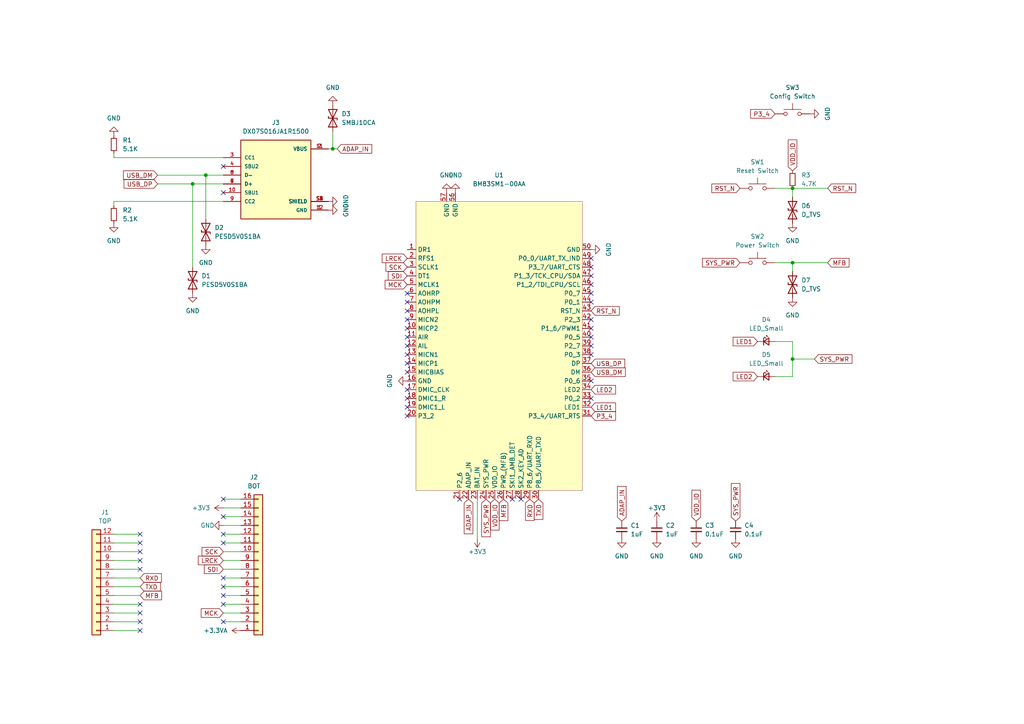
<source format=kicad_sch>
(kicad_sch (version 20210126) (generator eeschema)
  (paper "A4")
  (lib_symbols
    (symbol "BM83SM1-00AA:BM83SM1-00AA"
      (property "Reference" "U" (at 0 10.16 0))
      (property "Value" "BM83SM1-00AA" (at 0 7.62 0))
      (symbol "BM83SM1-00AA_0_0"
        (pin unspecified line (at -26.67 0 0) (length 2.54) (name "DR1") (number "1"))
        (pin unspecified line (at -26.67 -22.86 0) (length 2.54) (name "MICP2") (number "10"))
        (pin unspecified line (at -26.67 -25.4 0) (length 2.54) (name "AIR") (number "11"))
        (pin unspecified line (at -26.67 -27.94 0) (length 2.54) (name "AIL") (number "12"))
        (pin unspecified line (at -26.67 -30.48 0) (length 2.54) (name "MICN1") (number "13"))
        (pin unspecified line (at -26.67 -33.02 0) (length 2.54) (name "MICP1") (number "14"))
        (pin unspecified line (at -26.67 -35.56 0) (length 2.54) (name "MICBIAS") (number "15"))
        (pin unspecified line (at -26.67 -38.1 0) (length 2.54) (name "GND") (number "16"))
        (pin unspecified line (at -26.67 -40.64 0) (length 2.54) (name "DMIC_CLK") (number "17"))
        (pin unspecified line (at -26.67 -43.18 0) (length 2.54) (name "DMIC1_R") (number "18"))
        (pin unspecified line (at -26.67 -45.72 0) (length 2.54) (name "DMIC1_L") (number "19"))
        (pin unspecified line (at -26.67 -2.54 0) (length 2.54) (name "RFS1") (number "2"))
        (pin unspecified line (at -26.67 -48.26 0) (length 2.54) (name "P3_2") (number "20"))
        (pin unspecified line (at -11.43 -72.39 90) (length 2.54) (name "P2_6") (number "21"))
        (pin unspecified line (at -8.89 -72.39 90) (length 2.54) (name "ADAP_IN") (number "22"))
        (pin unspecified line (at -6.35 -72.39 90) (length 2.54) (name "BAT_IN") (number "23"))
        (pin unspecified line (at -3.81 -72.39 90) (length 2.54) (name "SYS_PWR") (number "24"))
        (pin unspecified line (at -1.27 -72.39 90) (length 2.54) (name "VDD_IO") (number "25"))
        (pin unspecified line (at 1.27 -72.39 90) (length 2.54) (name "PWR_(MFB)") (number "26"))
        (pin unspecified line (at 3.81 -72.39 90) (length 2.54) (name "SKI1_AMB_DET") (number "27"))
        (pin unspecified line (at 6.35 -72.39 90) (length 2.54) (name "SK2_KEY_AD") (number "28"))
        (pin unspecified line (at 8.89 -72.39 90) (length 2.54) (name "P8_6/UART_RXD") (number "29"))
        (pin unspecified line (at -26.67 -5.08 0) (length 2.54) (name "SCLK1") (number "3"))
        (pin unspecified line (at 11.43 -72.39 90) (length 2.54) (name "P8_5/UART_TXD") (number "30"))
        (pin unspecified line (at 26.67 -48.26 180) (length 2.54) (name "P3_4/UART_RTS") (number "31"))
        (pin unspecified line (at 26.67 -45.72 180) (length 2.54) (name "LED1") (number "32"))
        (pin unspecified line (at 26.67 -43.18 180) (length 2.54) (name "P0_2") (number "33"))
        (pin unspecified line (at 26.67 -40.64 180) (length 2.54) (name "LED2") (number "34"))
        (pin unspecified line (at 26.67 -38.1 180) (length 2.54) (name "P0_6") (number "35"))
        (pin unspecified line (at 26.67 -35.56 180) (length 2.54) (name "DM") (number "36"))
        (pin unspecified line (at 26.67 -33.02 180) (length 2.54) (name "DP") (number "37"))
        (pin unspecified line (at 26.67 -30.48 180) (length 2.54) (name "P0_3") (number "38"))
        (pin unspecified line (at 26.67 -27.94 180) (length 2.54) (name "P2_7") (number "39"))
        (pin unspecified line (at -26.67 -7.62 0) (length 2.54) (name "DT1") (number "4"))
        (pin unspecified line (at 26.67 -25.4 180) (length 2.54) (name "P0_5") (number "40"))
        (pin unspecified line (at 26.67 -22.86 180) (length 2.54) (name "P1_6/PWM1") (number "41"))
        (pin unspecified line (at 26.67 -20.32 180) (length 2.54) (name "P2_3") (number "42"))
        (pin unspecified line (at 26.67 -17.78 180) (length 2.54) (name "RST_N") (number "43"))
        (pin unspecified line (at 26.67 -15.24 180) (length 2.54) (name "P0_1") (number "44"))
        (pin unspecified line (at 26.67 -12.7 180) (length 2.54) (name "P0_7") (number "45"))
        (pin unspecified line (at 26.67 -10.16 180) (length 2.54) (name "P1_2/TDI_CPU/SCL") (number "46"))
        (pin unspecified line (at 26.67 -7.62 180) (length 2.54) (name "P1_3/TCK_CPU/SDA") (number "47"))
        (pin unspecified line (at 26.67 -5.08 180) (length 2.54) (name "P3_7/UART_CTS") (number "48"))
        (pin unspecified line (at 26.67 -2.54 180) (length 2.54) (name "P0_0/UART_TX_IND") (number "49"))
        (pin unspecified line (at -26.67 -10.16 0) (length 2.54) (name "MCLK1") (number "5"))
        (pin unspecified line (at 26.67 0 180) (length 2.54) (name "GND") (number "50"))
        (pin unspecified line (at -26.67 -12.7 0) (length 2.54) (name "AOHRP") (number "6"))
        (pin unspecified line (at -26.67 -15.24 0) (length 2.54) (name "AOHPM") (number "7"))
        (pin unspecified line (at -26.67 -17.78 0) (length 2.54) (name "AOHPL") (number "8"))
        (pin unspecified line (at -26.67 -20.32 0) (length 2.54) (name "MICN2") (number "9"))
      )
      (symbol "BM83SM1-00AA_0_1"
        (rectangle (start -24.13 13.97) (end 24.13 -69.85) (stroke (width 0.001)) (fill (type background)))
      )
      (symbol "BM83SM1-00AA_1_1"
        (pin input line (at -12.7 16.51 270) (length 2.54) (name "GND") (number "56"))
        (pin input line (at -15.24 16.51 270) (length 2.54) (name "GND") (number "57"))
      )
    )
    (symbol "Connector_Generic:Conn_01x12" (pin_names (offset 1.016) hide)
      (property "Reference" "J" (at 0 15.24 0))
      (property "Value" "Conn_01x12" (at 0 -17.78 0))
      (symbol "Conn_01x12_1_1"
        (rectangle (start -1.27 -15.113) (end 0 -15.367) (stroke (width 0.1524)))
        (rectangle (start -1.27 -12.573) (end 0 -12.827) (stroke (width 0.1524)))
        (rectangle (start -1.27 -10.033) (end 0 -10.287) (stroke (width 0.1524)))
        (rectangle (start -1.27 -7.493) (end 0 -7.747) (stroke (width 0.1524)))
        (rectangle (start -1.27 -4.953) (end 0 -5.207) (stroke (width 0.1524)))
        (rectangle (start -1.27 -2.413) (end 0 -2.667) (stroke (width 0.1524)))
        (rectangle (start -1.27 0.127) (end 0 -0.127) (stroke (width 0.1524)))
        (rectangle (start -1.27 2.667) (end 0 2.413) (stroke (width 0.1524)))
        (rectangle (start -1.27 5.207) (end 0 4.953) (stroke (width 0.1524)))
        (rectangle (start -1.27 7.747) (end 0 7.493) (stroke (width 0.1524)))
        (rectangle (start -1.27 10.287) (end 0 10.033) (stroke (width 0.1524)))
        (rectangle (start -1.27 12.827) (end 0 12.573) (stroke (width 0.1524)))
        (rectangle (start -1.27 13.97) (end 1.27 -16.51) (stroke (width 0.254)) (fill (type background)))
        (pin passive line (at -5.08 12.7 0) (length 3.81) (name "Pin_1") (number "1"))
        (pin passive line (at -5.08 -10.16 0) (length 3.81) (name "Pin_10") (number "10"))
        (pin passive line (at -5.08 -12.7 0) (length 3.81) (name "Pin_11") (number "11"))
        (pin passive line (at -5.08 -15.24 0) (length 3.81) (name "Pin_12") (number "12"))
        (pin passive line (at -5.08 10.16 0) (length 3.81) (name "Pin_2") (number "2"))
        (pin passive line (at -5.08 7.62 0) (length 3.81) (name "Pin_3") (number "3"))
        (pin passive line (at -5.08 5.08 0) (length 3.81) (name "Pin_4") (number "4"))
        (pin passive line (at -5.08 2.54 0) (length 3.81) (name "Pin_5") (number "5"))
        (pin passive line (at -5.08 0 0) (length 3.81) (name "Pin_6") (number "6"))
        (pin passive line (at -5.08 -2.54 0) (length 3.81) (name "Pin_7") (number "7"))
        (pin passive line (at -5.08 -5.08 0) (length 3.81) (name "Pin_8") (number "8"))
        (pin passive line (at -5.08 -7.62 0) (length 3.81) (name "Pin_9") (number "9"))
      )
    )
    (symbol "Connector_Generic:Conn_01x16" (pin_names (offset 1.016) hide)
      (property "Reference" "J" (at 0 20.32 0))
      (property "Value" "Conn_01x16" (at 0 -22.86 0))
      (symbol "Conn_01x16_1_1"
        (rectangle (start -1.27 -20.193) (end 0 -20.447) (stroke (width 0.1524)))
        (rectangle (start -1.27 -17.653) (end 0 -17.907) (stroke (width 0.1524)))
        (rectangle (start -1.27 -15.113) (end 0 -15.367) (stroke (width 0.1524)))
        (rectangle (start -1.27 -12.573) (end 0 -12.827) (stroke (width 0.1524)))
        (rectangle (start -1.27 -10.033) (end 0 -10.287) (stroke (width 0.1524)))
        (rectangle (start -1.27 -7.493) (end 0 -7.747) (stroke (width 0.1524)))
        (rectangle (start -1.27 -4.953) (end 0 -5.207) (stroke (width 0.1524)))
        (rectangle (start -1.27 -2.413) (end 0 -2.667) (stroke (width 0.1524)))
        (rectangle (start -1.27 0.127) (end 0 -0.127) (stroke (width 0.1524)))
        (rectangle (start -1.27 2.667) (end 0 2.413) (stroke (width 0.1524)))
        (rectangle (start -1.27 5.207) (end 0 4.953) (stroke (width 0.1524)))
        (rectangle (start -1.27 7.747) (end 0 7.493) (stroke (width 0.1524)))
        (rectangle (start -1.27 10.287) (end 0 10.033) (stroke (width 0.1524)))
        (rectangle (start -1.27 12.827) (end 0 12.573) (stroke (width 0.1524)))
        (rectangle (start -1.27 15.367) (end 0 15.113) (stroke (width 0.1524)))
        (rectangle (start -1.27 17.907) (end 0 17.653) (stroke (width 0.1524)))
        (rectangle (start -1.27 19.05) (end 1.27 -21.59) (stroke (width 0.254)) (fill (type background)))
        (pin passive line (at -5.08 17.78 0) (length 3.81) (name "Pin_1") (number "1"))
        (pin passive line (at -5.08 -5.08 0) (length 3.81) (name "Pin_10") (number "10"))
        (pin passive line (at -5.08 -7.62 0) (length 3.81) (name "Pin_11") (number "11"))
        (pin passive line (at -5.08 -10.16 0) (length 3.81) (name "Pin_12") (number "12"))
        (pin passive line (at -5.08 -12.7 0) (length 3.81) (name "Pin_13") (number "13"))
        (pin passive line (at -5.08 -15.24 0) (length 3.81) (name "Pin_14") (number "14"))
        (pin passive line (at -5.08 -17.78 0) (length 3.81) (name "Pin_15") (number "15"))
        (pin passive line (at -5.08 -20.32 0) (length 3.81) (name "Pin_16") (number "16"))
        (pin passive line (at -5.08 15.24 0) (length 3.81) (name "Pin_2") (number "2"))
        (pin passive line (at -5.08 12.7 0) (length 3.81) (name "Pin_3") (number "3"))
        (pin passive line (at -5.08 10.16 0) (length 3.81) (name "Pin_4") (number "4"))
        (pin passive line (at -5.08 7.62 0) (length 3.81) (name "Pin_5") (number "5"))
        (pin passive line (at -5.08 5.08 0) (length 3.81) (name "Pin_6") (number "6"))
        (pin passive line (at -5.08 2.54 0) (length 3.81) (name "Pin_7") (number "7"))
        (pin passive line (at -5.08 0 0) (length 3.81) (name "Pin_8") (number "8"))
        (pin passive line (at -5.08 -2.54 0) (length 3.81) (name "Pin_9") (number "9"))
      )
    )
    (symbol "DX07S016JA1R1500:DX07S016JA1R1500" (pin_names (offset 1.016))
      (property "Reference" "J" (at -10.16 11.43 0))
      (property "Value" "DX07S016JA1R1500" (at -10.16 -13.97 0))
      (symbol "DX07S016JA1R1500_0_0"
        (rectangle (start -10.16 -12.7) (end 10.16 10.16) (stroke (width 0.254)) (fill (type background)))
        (pin power_in line (at 15.24 -10.16 180) (length 5.08) (name "GND") (number "1"))
        (pin passive line (at -15.24 -5.08 0) (length 5.08) (name "SBU1") (number "10"))
        (pin power_in line (at 15.24 7.62 180) (length 5.08) (name "VBUS") (number "11"))
        (pin power_in line (at 15.24 -10.16 180) (length 5.08) (name "GND") (number "12"))
        (pin power_in line (at 15.24 7.62 180) (length 5.08) (name "VBUS") (number "2"))
        (pin passive line (at -15.24 5.08 0) (length 5.08) (name "CC1") (number "3"))
        (pin passive line (at -15.24 2.54 0) (length 5.08) (name "SBU2") (number "4"))
        (pin passive line (at -15.24 0 0) (length 5.08) (name "D-") (number "5"))
        (pin passive line (at -15.24 -2.54 0) (length 5.08) (name "D+") (number "6"))
        (pin passive line (at -15.24 -2.54 0) (length 5.08) (name "D+") (number "7"))
        (pin passive line (at -15.24 0 0) (length 5.08) (name "D-") (number "8"))
        (pin passive line (at -15.24 -7.62 0) (length 5.08) (name "CC2") (number "9"))
        (pin passive line (at 15.24 -7.62 180) (length 5.08) (name "SHIELD") (number "S1"))
        (pin passive line (at 15.24 -7.62 180) (length 5.08) (name "SHIELD") (number "S2"))
        (pin passive line (at 15.24 -7.62 180) (length 5.08) (name "SHIELD") (number "S3"))
        (pin passive line (at 15.24 -7.62 180) (length 5.08) (name "SHIELD") (number "S4"))
        (pin passive line (at 15.24 -7.62 180) (length 5.08) (name "SHIELD") (number "S5"))
        (pin passive line (at 15.24 -7.62 180) (length 5.08) (name "SHIELD") (number "S6"))
      )
    )
    (symbol "Device:C_Small" (pin_numbers hide) (pin_names (offset 0.254) hide)
      (property "Reference" "C" (at 0.254 1.778 0))
      (property "Value" "C_Small" (at 0.254 -2.032 0))
      (symbol "C_Small_0_1"
        (polyline (pts (xy -1.524 -0.508) (xy 1.524 -0.508)) (stroke (width 0.3302)))
        (polyline (pts (xy -1.524 0.508) (xy 1.524 0.508)) (stroke (width 0.3048)))
      )
      (symbol "C_Small_1_1"
        (pin passive line (at 0 2.54 270) (length 2.032) (name "~") (number "1"))
        (pin passive line (at 0 -2.54 90) (length 2.032) (name "~") (number "2"))
      )
    )
    (symbol "Device:D_TVS" (pin_numbers hide) (pin_names (offset 1.016) hide)
      (property "Reference" "D" (at 0 2.54 0))
      (property "Value" "D_TVS" (at 0 -2.54 0))
      (symbol "D_TVS_0_1"
        (polyline (pts (xy 1.27 0) (xy -1.27 0)))
        (polyline (pts (xy 0.508 1.27) (xy 0 1.27) (xy 0 -1.27) (xy -0.508 -1.27)) (stroke (width 0.254)))
        (polyline (pts (xy -2.54 1.27) (xy -2.54 -1.27) (xy 2.54 1.27) (xy 2.54 -1.27) (xy -2.54 1.27)) (stroke (width 0.254)))
      )
      (symbol "D_TVS_1_1"
        (pin passive line (at -3.81 0 0) (length 2.54) (name "A1") (number "1"))
        (pin passive line (at 3.81 0 180) (length 2.54) (name "A2") (number "2"))
      )
    )
    (symbol "Device:LED_Small" (pin_numbers hide) (pin_names (offset 0.254) hide)
      (property "Reference" "D" (at -1.27 3.175 0))
      (property "Value" "LED_Small" (at -4.445 -2.54 0))
      (symbol "LED_Small_0_1"
        (polyline (pts (xy -0.762 -1.016) (xy -0.762 1.016)) (stroke (width 0.254)))
        (polyline (pts (xy 1.016 0) (xy -0.762 0)))
        (polyline (pts (xy 0.762 -1.016) (xy -0.762 0) (xy 0.762 1.016) (xy 0.762 -1.016)) (stroke (width 0.254)))
        (polyline (pts (xy 0 0.762) (xy -0.508 1.27) (xy -0.254 1.27) (xy -0.508 1.27) (xy -0.508 1.016)))
        (polyline (pts (xy 0.508 1.27) (xy 0 1.778) (xy 0.254 1.778) (xy 0 1.778) (xy 0 1.524)))
      )
      (symbol "LED_Small_1_1"
        (pin passive line (at -2.54 0 0) (length 1.778) (name "K") (number "1"))
        (pin passive line (at 2.54 0 180) (length 1.778) (name "A") (number "2"))
      )
    )
    (symbol "Device:R_Small" (pin_numbers hide) (pin_names (offset 0.254) hide)
      (property "Reference" "R" (at 0.762 0.508 0))
      (property "Value" "R_Small" (at 0.762 -1.016 0))
      (symbol "R_Small_0_1"
        (rectangle (start -0.762 1.778) (end 0.762 -1.778) (stroke (width 0.2032)))
      )
      (symbol "R_Small_1_1"
        (pin passive line (at 0 2.54 270) (length 0.762) (name "~") (number "1"))
        (pin passive line (at 0 -2.54 90) (length 0.762) (name "~") (number "2"))
      )
    )
    (symbol "Switch:SW_Push" (pin_numbers hide) (pin_names (offset 1.016) hide)
      (property "Reference" "SW" (at 1.27 2.54 0))
      (property "Value" "SW_Push" (at 0 -1.524 0))
      (symbol "SW_Push_0_1"
        (circle (center -2.032 0) (radius 0.508))
        (circle (center 2.032 0) (radius 0.508))
        (polyline (pts (xy 0 1.27) (xy 0 3.048)))
        (polyline (pts (xy 2.54 1.27) (xy -2.54 1.27)))
        (pin passive line (at -5.08 0 0) (length 2.54) (name "1") (number "1"))
        (pin passive line (at 5.08 0 180) (length 2.54) (name "2") (number "2"))
      )
    )
    (symbol "power:+3.3VA" (power) (pin_names (offset 0))
      (property "Value" "+3.3VA" (at 0 3.556 0))
      (symbol "+3.3VA_0_1"
        (polyline (pts (xy -0.762 1.27) (xy 0 2.54)))
        (polyline (pts (xy 0 0) (xy 0 2.54)))
        (polyline (pts (xy 0 2.54) (xy 0.762 1.27)))
      )
      (symbol "+3.3VA_1_1"
        (pin power_in line (at 0 0 90) (length 0) hide (name "+3.3VA") (number "1"))
      )
    )
    (symbol "power:+3V3" (power) (pin_names (offset 0))
      (property "Value" "+3V3" (at 0 3.556 0))
      (symbol "+3V3_0_1"
        (polyline (pts (xy -0.762 1.27) (xy 0 2.54)))
        (polyline (pts (xy 0 0) (xy 0 2.54)))
        (polyline (pts (xy 0 2.54) (xy 0.762 1.27)))
      )
      (symbol "+3V3_1_1"
        (pin power_in line (at 0 0 90) (length 0) hide (name "+3V3") (number "1"))
      )
    )
    (symbol "power:GND" (power) (pin_names (offset 0))
      (property "Value" "GND" (at 0 -3.81 0))
      (symbol "GND_0_1"
        (polyline (pts (xy 0 0) (xy 0 -1.27) (xy 1.27 -1.27) (xy 0 -2.54) (xy -1.27 -1.27) (xy 0 -1.27)))
      )
      (symbol "GND_1_1"
        (pin power_in line (at 0 0 270) (length 0) hide (name "GND") (number "1"))
      )
    )
  )
  (junction (at 55.88 53.34) (diameter 0.9144))
  (junction (at 59.69 50.8) (diameter 0.9144))
  (junction (at 96.52 43.18) (diameter 0.9144))
  (junction (at 229.87 54.61) (diameter 0.9144))
  (junction (at 229.87 76.2) (diameter 0.9144))
  (junction (at 229.87 104.14) (diameter 0.9144))
  (no_connect (at 40.64 154.94))
  (no_connect (at 40.64 157.48))
  (no_connect (at 40.64 160.02))
  (no_connect (at 40.64 162.56))
  (no_connect (at 40.64 165.1))
  (no_connect (at 40.64 175.26))
  (no_connect (at 40.64 177.8))
  (no_connect (at 40.64 180.34))
  (no_connect (at 40.64 182.88))
  (no_connect (at 64.77 48.26))
  (no_connect (at 64.77 55.88))
  (no_connect (at 64.77 144.78))
  (no_connect (at 64.77 149.86))
  (no_connect (at 64.77 154.94))
  (no_connect (at 64.77 157.48))
  (no_connect (at 64.77 167.64))
  (no_connect (at 64.77 170.18))
  (no_connect (at 64.77 172.72))
  (no_connect (at 64.77 175.26))
  (no_connect (at 64.77 180.34))
  (no_connect (at 118.11 85.09))
  (no_connect (at 118.11 87.63))
  (no_connect (at 118.11 90.17))
  (no_connect (at 118.11 92.71))
  (no_connect (at 118.11 95.25))
  (no_connect (at 118.11 97.79))
  (no_connect (at 118.11 100.33))
  (no_connect (at 118.11 102.87))
  (no_connect (at 118.11 105.41))
  (no_connect (at 118.11 107.95))
  (no_connect (at 118.11 113.03))
  (no_connect (at 118.11 115.57))
  (no_connect (at 118.11 118.11))
  (no_connect (at 118.11 120.65))
  (no_connect (at 133.35 144.78))
  (no_connect (at 148.59 144.78))
  (no_connect (at 151.13 144.78))
  (no_connect (at 171.45 74.93))
  (no_connect (at 171.45 77.47))
  (no_connect (at 171.45 80.01))
  (no_connect (at 171.45 82.55))
  (no_connect (at 171.45 85.09))
  (no_connect (at 171.45 87.63))
  (no_connect (at 171.45 92.71))
  (no_connect (at 171.45 95.25))
  (no_connect (at 171.45 97.79))
  (no_connect (at 171.45 100.33))
  (no_connect (at 171.45 102.87))
  (no_connect (at 171.45 110.49))
  (no_connect (at 171.45 115.57))
  (wire (pts (xy 33.02 44.45) (xy 33.02 45.72)))
  (wire (pts (xy 33.02 45.72) (xy 64.77 45.72)))
  (wire (pts (xy 33.02 58.42) (xy 33.02 59.69)))
  (wire (pts (xy 33.02 58.42) (xy 64.77 58.42)))
  (wire (pts (xy 33.02 154.94) (xy 40.64 154.94)))
  (wire (pts (xy 33.02 157.48) (xy 40.64 157.48)))
  (wire (pts (xy 33.02 160.02) (xy 40.64 160.02)))
  (wire (pts (xy 33.02 162.56) (xy 40.64 162.56)))
  (wire (pts (xy 33.02 165.1) (xy 40.64 165.1)))
  (wire (pts (xy 33.02 167.64) (xy 40.64 167.64)))
  (wire (pts (xy 33.02 170.18) (xy 40.64 170.18)))
  (wire (pts (xy 33.02 172.72) (xy 40.64 172.72)))
  (wire (pts (xy 33.02 175.26) (xy 40.64 175.26)))
  (wire (pts (xy 33.02 180.34) (xy 40.64 180.34)))
  (wire (pts (xy 40.64 177.8) (xy 33.02 177.8)))
  (wire (pts (xy 40.64 182.88) (xy 33.02 182.88)))
  (wire (pts (xy 45.72 50.8) (xy 59.69 50.8)))
  (wire (pts (xy 45.72 53.34) (xy 55.88 53.34)))
  (wire (pts (xy 55.88 53.34) (xy 55.88 77.47)))
  (wire (pts (xy 55.88 53.34) (xy 64.77 53.34)))
  (wire (pts (xy 59.69 50.8) (xy 59.69 63.5)))
  (wire (pts (xy 59.69 50.8) (xy 64.77 50.8)))
  (wire (pts (xy 64.77 144.78) (xy 69.85 144.78)))
  (wire (pts (xy 64.77 147.32) (xy 69.85 147.32)))
  (wire (pts (xy 64.77 149.86) (xy 69.85 149.86)))
  (wire (pts (xy 64.77 152.4) (xy 69.85 152.4)))
  (wire (pts (xy 64.77 154.94) (xy 69.85 154.94)))
  (wire (pts (xy 64.77 157.48) (xy 69.85 157.48)))
  (wire (pts (xy 64.77 160.02) (xy 69.85 160.02)))
  (wire (pts (xy 64.77 162.56) (xy 69.85 162.56)))
  (wire (pts (xy 64.77 165.1) (xy 69.85 165.1)))
  (wire (pts (xy 64.77 167.64) (xy 69.85 167.64)))
  (wire (pts (xy 64.77 170.18) (xy 69.85 170.18)))
  (wire (pts (xy 64.77 172.72) (xy 69.85 172.72)))
  (wire (pts (xy 64.77 175.26) (xy 69.85 175.26)))
  (wire (pts (xy 64.77 177.8) (xy 69.85 177.8)))
  (wire (pts (xy 64.77 180.34) (xy 69.85 180.34)))
  (wire (pts (xy 95.25 43.18) (xy 96.52 43.18)))
  (wire (pts (xy 96.52 38.1) (xy 96.52 43.18)))
  (wire (pts (xy 96.52 43.18) (xy 97.79 43.18)))
  (wire (pts (xy 138.43 144.78) (xy 138.43 156.21)))
  (wire (pts (xy 224.79 54.61) (xy 229.87 54.61)))
  (wire (pts (xy 224.79 76.2) (xy 229.87 76.2)))
  (wire (pts (xy 224.79 99.06) (xy 229.87 99.06)))
  (wire (pts (xy 229.87 54.61) (xy 229.87 57.15)))
  (wire (pts (xy 229.87 54.61) (xy 240.03 54.61)))
  (wire (pts (xy 229.87 76.2) (xy 229.87 78.74)))
  (wire (pts (xy 229.87 76.2) (xy 240.03 76.2)))
  (wire (pts (xy 229.87 99.06) (xy 229.87 104.14)))
  (wire (pts (xy 229.87 104.14) (xy 229.87 109.22)))
  (wire (pts (xy 229.87 104.14) (xy 236.22 104.14)))
  (wire (pts (xy 229.87 109.22) (xy 224.79 109.22)))
  (global_label "RXD" (shape input) (at 40.64 167.64 0) (property "Intersheet References" "${INTERSHEET_REFS}" (effects hide)))
  (global_label "TXD" (shape input) (at 40.64 170.18 0) (property "Intersheet References" "${INTERSHEET_REFS}" (effects hide)))
  (global_label "MFB" (shape input) (at 40.64 172.72 0) (property "Intersheet References" "${INTERSHEET_REFS}" (effects hide)))
  (global_label "USB_DM" (shape input) (at 45.72 50.8 180) (property "Intersheet References" "${INTERSHEET_REFS}" (effects hide)))
  (global_label "USB_DP" (shape input) (at 45.72 53.34 180) (property "Intersheet References" "${INTERSHEET_REFS}" (effects hide)))
  (global_label "SCK" (shape input) (at 64.77 160.02 180) (property "Intersheet References" "${INTERSHEET_REFS}" (effects hide)))
  (global_label "LRCK" (shape input) (at 64.77 162.56 180) (property "Intersheet References" "${INTERSHEET_REFS}" (effects hide)))
  (global_label "SDI" (shape input) (at 64.77 165.1 180) (property "Intersheet References" "${INTERSHEET_REFS}" (effects hide)))
  (global_label "MCK" (shape input) (at 64.77 177.8 180) (property "Intersheet References" "${INTERSHEET_REFS}" (effects hide)))
  (global_label "ADAP_IN" (shape input) (at 97.79 43.18 0) (property "Intersheet References" "${INTERSHEET_REFS}" (effects hide)))
  (global_label "LRCK" (shape input) (at 118.11 74.93 180) (property "Intersheet References" "${INTERSHEET_REFS}" (effects hide)))
  (global_label "SCK" (shape input) (at 118.11 77.47 180) (property "Intersheet References" "${INTERSHEET_REFS}" (effects hide)))
  (global_label "SDI" (shape input) (at 118.11 80.01 180) (property "Intersheet References" "${INTERSHEET_REFS}" (effects hide)))
  (global_label "MCK" (shape input) (at 118.11 82.55 180) (property "Intersheet References" "${INTERSHEET_REFS}" (effects hide)))
  (global_label "ADAP_IN" (shape input) (at 135.89 144.78 270) (property "Intersheet References" "${INTERSHEET_REFS}" (effects hide)))
  (global_label "SYS_PWR" (shape input) (at 140.97 144.78 270) (property "Intersheet References" "${INTERSHEET_REFS}" (effects hide)))
  (global_label "VDD_IO" (shape input) (at 143.51 144.78 270) (property "Intersheet References" "${INTERSHEET_REFS}" (effects hide)))
  (global_label "MFB" (shape input) (at 146.05 144.78 270) (property "Intersheet References" "${INTERSHEET_REFS}" (effects hide)))
  (global_label "RXD" (shape input) (at 153.67 144.78 270) (property "Intersheet References" "${INTERSHEET_REFS}" (effects hide)))
  (global_label "TXD" (shape input) (at 156.21 144.78 270) (property "Intersheet References" "${INTERSHEET_REFS}" (effects hide)))
  (global_label "RST_N" (shape input) (at 171.45 90.17 0) (property "Intersheet References" "${INTERSHEET_REFS}" (effects hide)))
  (global_label "USB_DP" (shape input) (at 171.45 105.41 0) (property "Intersheet References" "${INTERSHEET_REFS}" (effects hide)))
  (global_label "USB_DM" (shape input) (at 171.45 107.95 0) (property "Intersheet References" "${INTERSHEET_REFS}" (effects hide)))
  (global_label "LED2" (shape input) (at 171.45 113.03 0) (property "Intersheet References" "${INTERSHEET_REFS}" (effects hide)))
  (global_label "LED1" (shape input) (at 171.45 118.11 0) (property "Intersheet References" "${INTERSHEET_REFS}" (effects hide)))
  (global_label "P3_4" (shape input) (at 171.45 120.65 0) (property "Intersheet References" "${INTERSHEET_REFS}" (effects hide)))
  (global_label "ADAP_IN" (shape input) (at 180.34 151.13 90) (property "Intersheet References" "${INTERSHEET_REFS}" (effects hide)))
  (global_label "VDD_IO" (shape input) (at 201.93 151.13 90) (property "Intersheet References" "${INTERSHEET_REFS}" (effects hide)))
  (global_label "SYS_PWR" (shape input) (at 213.36 151.13 90) (property "Intersheet References" "${INTERSHEET_REFS}" (effects hide)))
  (global_label "RST_N" (shape input) (at 214.63 54.61 180) (property "Intersheet References" "${INTERSHEET_REFS}" (effects hide)))
  (global_label "SYS_PWR" (shape input) (at 214.63 76.2 180) (property "Intersheet References" "${INTERSHEET_REFS}" (effects hide)))
  (global_label "LED1" (shape input) (at 219.71 99.06 180) (property "Intersheet References" "${INTERSHEET_REFS}" (effects hide)))
  (global_label "LED2" (shape input) (at 219.71 109.22 180) (property "Intersheet References" "${INTERSHEET_REFS}" (effects hide)))
  (global_label "P3_4" (shape input) (at 224.79 33.02 180) (property "Intersheet References" "${INTERSHEET_REFS}" (effects hide)))
  (global_label "VDD_IO" (shape input) (at 229.87 49.53 90) (property "Intersheet References" "${INTERSHEET_REFS}" (effects hide)))
  (global_label "SYS_PWR" (shape input) (at 236.22 104.14 0) (property "Intersheet References" "${INTERSHEET_REFS}" (effects hide)))
  (global_label "RST_N" (shape input) (at 240.03 54.61 0) (property "Intersheet References" "${INTERSHEET_REFS}" (effects hide)))
  (global_label "MFB" (shape input) (at 240.03 76.2 0) (property "Intersheet References" "${INTERSHEET_REFS}" (effects hide)))
  (symbol (lib_id "power:+3V3") (at 64.77 147.32 90) (unit 1)
    (property "Reference" "#PWR0122" (effects hide))
    (property "Value" "+3V3" (at 60.96 147.32 90) (effects (justify left)))
  )
  (symbol (lib_id "power:+3.3VA") (at 69.85 182.88 90) (unit 1)
    (property "Reference" "#PWR0104" (effects hide))
    (property "Value" "+3.3VA" (at 66.04 182.88 90) (effects (justify left)))
  )
  (symbol (lib_id "power:+3V3") (at 138.43 156.21 180) (unit 1)
    (property "Reference" "#PWR0110" (effects hide))
    (property "Value" "+3V3" (at 138.43 160.02 0))
  )
  (symbol (lib_id "power:+3V3") (at 190.5 151.13 0) (unit 1)
    (property "Reference" "#PWR0108" (effects hide))
    (property "Value" "+3V3" (at 190.5 147.32 0))
  )
  (symbol (lib_id "power:GND") (at 33.02 39.37 180) (unit 1)
    (property "Reference" "#PWR0118" (effects hide))
    (property "Value" "GND" (at 33.02 34.29 0))
  )
  (symbol (lib_id "power:GND") (at 33.02 64.77 0) (unit 1)
    (property "Reference" "#PWR0117" (effects hide))
    (property "Value" "GND" (at 33.02 69.85 0))
  )
  (symbol (lib_id "power:GND") (at 55.88 85.09 0) (unit 1)
    (property "Reference" "#PWR0103" (effects hide))
    (property "Value" "GND" (at 55.88 90.17 0))
  )
  (symbol (lib_id "power:GND") (at 59.69 71.12 0) (unit 1)
    (property "Reference" "#PWR0102" (effects hide))
    (property "Value" "GND" (at 59.69 76.2 0))
  )
  (symbol (lib_id "power:GND") (at 64.77 152.4 270) (unit 1)
    (property "Reference" "#PWR0123" (effects hide))
    (property "Value" "GND" (at 62.23 152.4 90) (effects (justify right)))
  )
  (symbol (lib_id "power:GND") (at 95.25 58.42 90) (unit 1)
    (property "Reference" "#PWR0120" (effects hide))
    (property "Value" "GND" (at 100.33 58.42 0))
  )
  (symbol (lib_id "power:GND") (at 95.25 60.96 90) (unit 1)
    (property "Reference" "#PWR0119" (effects hide))
    (property "Value" "GND" (at 100.33 60.96 0))
  )
  (symbol (lib_id "power:GND") (at 96.52 30.48 180) (unit 1)
    (property "Reference" "#PWR0121" (effects hide))
    (property "Value" "GND" (at 96.52 25.4 0))
  )
  (symbol (lib_id "power:GND") (at 118.11 110.49 270) (unit 1)
    (property "Reference" "#PWR0101" (effects hide))
    (property "Value" "GND" (at 113.03 110.49 0))
  )
  (symbol (lib_id "power:GND") (at 129.54 55.88 180) (unit 1)
    (property "Reference" "#PWR0111" (effects hide))
    (property "Value" "GND" (at 129.54 50.8 0))
  )
  (symbol (lib_id "power:GND") (at 132.08 55.88 180) (unit 1)
    (property "Reference" "#PWR0112" (effects hide))
    (property "Value" "GND" (at 132.08 50.8 0))
  )
  (symbol (lib_id "power:GND") (at 171.45 72.39 90) (unit 1)
    (property "Reference" "#PWR0113" (effects hide))
    (property "Value" "GND" (at 176.53 72.39 0))
  )
  (symbol (lib_id "power:GND") (at 180.34 156.21 0) (unit 1)
    (property "Reference" "#PWR0107" (effects hide))
    (property "Value" "GND" (at 180.34 161.29 0))
  )
  (symbol (lib_id "power:GND") (at 190.5 156.21 0) (unit 1)
    (property "Reference" "#PWR0109" (effects hide))
    (property "Value" "GND" (at 190.5 161.29 0))
  )
  (symbol (lib_id "power:GND") (at 201.93 156.21 0) (unit 1)
    (property "Reference" "#PWR0106" (effects hide))
    (property "Value" "GND" (at 201.93 161.29 0))
  )
  (symbol (lib_id "power:GND") (at 213.36 156.21 0) (unit 1)
    (property "Reference" "#PWR0105" (effects hide))
    (property "Value" "GND" (at 213.36 161.29 0))
  )
  (symbol (lib_id "power:GND") (at 229.87 64.77 0) (unit 1)
    (property "Reference" "#PWR0116" (effects hide))
    (property "Value" "GND" (at 229.87 69.85 0))
  )
  (symbol (lib_id "power:GND") (at 229.87 86.36 0) (unit 1)
    (property "Reference" "#PWR0115" (effects hide))
    (property "Value" "GND" (at 229.87 91.44 0))
  )
  (symbol (lib_id "power:GND") (at 234.95 33.02 90) (unit 1)
    (property "Reference" "#PWR0114" (effects hide))
    (property "Value" "GND" (at 240.03 33.02 0))
  )
  (symbol (lib_id "Device:R_Small") (at 33.02 41.91 0) (unit 1)
    (property "Reference" "R1" (at 35.56 40.64 0) (effects (justify left)))
    (property "Value" "5.1K" (at 35.56 43.18 0) (effects (justify left)))
    (property "Footprint" "Resistor_SMD:R_0805_2012Metric_Pad1.20x1.40mm_HandSolder" (effects hide))
  )
  (symbol (lib_id "Device:R_Small") (at 33.02 62.23 0) (unit 1)
    (property "Reference" "R2" (at 35.56 60.96 0) (effects (justify left)))
    (property "Value" "5.1K" (at 35.56 63.5 0) (effects (justify left)))
    (property "Footprint" "Resistor_SMD:R_0805_2012Metric_Pad1.20x1.40mm_HandSolder" (effects hide))
  )
  (symbol (lib_id "Device:R_Small") (at 229.87 52.07 0) (unit 1)
    (property "Reference" "R3" (at 232.41 50.8 0) (effects (justify left)))
    (property "Value" "4.7K" (at 232.41 53.34 0) (effects (justify left)))
    (property "Footprint" "Resistor_SMD:R_0805_2012Metric_Pad1.20x1.40mm_HandSolder" (effects hide))
  )
  (symbol (lib_id "Device:LED_Small") (at 222.25 99.06 0) (unit 1)
    (property "Reference" "D4" (at 222.25 92.71 0))
    (property "Value" "LED_Small" (at 222.25 95.25 0))
    (property "Footprint" "LED_SMD:LED_0805_2012Metric_Pad1.15x1.40mm_HandSolder" (effects hide))
  )
  (symbol (lib_id "Device:LED_Small") (at 222.25 109.22 0) (unit 1)
    (property "Reference" "D5" (at 222.25 102.87 0))
    (property "Value" "LED_Small" (at 222.25 105.41 0))
    (property "Footprint" "LED_SMD:LED_0805_2012Metric_Pad1.15x1.40mm_HandSolder" (effects hide))
  )
  (symbol (lib_id "Device:C_Small") (at 180.34 153.67 0) (unit 1)
    (property "Reference" "C1" (at 182.88 152.4 0) (effects (justify left)))
    (property "Value" "1uF" (at 182.88 154.94 0) (effects (justify left)))
    (property "Footprint" "Capacitor_SMD:C_0805_2012Metric_Pad1.18x1.45mm_HandSolder" (effects hide))
  )
  (symbol (lib_id "Device:C_Small") (at 190.5 153.67 0) (unit 1)
    (property "Reference" "C2" (at 193.04 152.4 0) (effects (justify left)))
    (property "Value" "1uF" (at 193.04 154.94 0) (effects (justify left)))
    (property "Footprint" "Capacitor_SMD:C_0805_2012Metric_Pad1.18x1.45mm_HandSolder" (effects hide))
  )
  (symbol (lib_id "Device:C_Small") (at 201.93 153.67 0) (unit 1)
    (property "Reference" "C3" (at 204.47 152.4 0) (effects (justify left)))
    (property "Value" "0.1uF" (at 204.47 154.94 0) (effects (justify left)))
    (property "Footprint" "Capacitor_SMD:C_0805_2012Metric_Pad1.18x1.45mm_HandSolder" (effects hide))
  )
  (symbol (lib_id "Device:C_Small") (at 213.36 153.67 0) (unit 1)
    (property "Reference" "C4" (at 215.9 152.4 0) (effects (justify left)))
    (property "Value" "0.1uF" (at 215.9 154.94 0) (effects (justify left)))
    (property "Footprint" "Capacitor_SMD:C_0805_2012Metric_Pad1.18x1.45mm_HandSolder" (effects hide))
  )
  (symbol (lib_id "Device:D_TVS") (at 55.88 81.28 90) (unit 1)
    (property "Reference" "D1" (at 58.42 80.01 90) (effects (justify right)))
    (property "Value" "PESD5V0S1BA" (at 58.42 82.55 90) (effects (justify right)))
    (property "Footprint" "Diode_SMD:D_SOD-323_HandSoldering" (effects hide))
  )
  (symbol (lib_id "Device:D_TVS") (at 59.69 67.31 90) (unit 1)
    (property "Reference" "D2" (at 62.23 66.04 90) (effects (justify right)))
    (property "Value" "PESD5V0S1BA" (at 62.23 68.58 90) (effects (justify right)))
    (property "Footprint" "Diode_SMD:D_SOD-323_HandSoldering" (effects hide))
  )
  (symbol (lib_id "Device:D_TVS") (at 96.52 34.29 90) (unit 1)
    (property "Reference" "D3" (at 99.06 33.02 90) (effects (justify right)))
    (property "Value" "SMBJ10CA" (at 99.06 35.56 90) (effects (justify right)))
    (property "Footprint" "Diode_SMD:D_SMB_Handsoldering" (effects hide))
  )
  (symbol (lib_id "Device:D_TVS") (at 229.87 60.96 90) (unit 1)
    (property "Reference" "D6" (at 232.41 59.69 90) (effects (justify right)))
    (property "Value" "D_TVS" (at 232.41 62.23 90) (effects (justify right)))
    (property "Footprint" "Diode_SMD:D_SOD-323_HandSoldering" (effects hide))
  )
  (symbol (lib_id "Device:D_TVS") (at 229.87 82.55 90) (unit 1)
    (property "Reference" "D7" (at 232.41 81.28 90) (effects (justify right)))
    (property "Value" "D_TVS" (at 232.41 83.82 90) (effects (justify right)))
    (property "Footprint" "Diode_SMD:D_SOD-323_HandSoldering" (effects hide))
  )
  (symbol (lib_id "Switch:SW_Push") (at 219.71 54.61 0) (unit 1)
    (property "Reference" "SW1" (at 219.71 46.99 0))
    (property "Value" "Reset Switch" (at 219.71 49.53 0))
    (property "Footprint" "Footprints:PTS636SK25SMTRLFS" (effects hide))
  )
  (symbol (lib_id "Switch:SW_Push") (at 219.71 76.2 0) (unit 1)
    (property "Reference" "SW2" (at 219.71 68.58 0))
    (property "Value" "Power Switch" (at 219.71 71.12 0))
    (property "Footprint" "Footprints:PTS636SK25SMTRLFS" (effects hide))
  )
  (symbol (lib_id "Switch:SW_Push") (at 229.87 33.02 0) (unit 1)
    (property "Reference" "SW3" (at 229.87 25.4 0))
    (property "Value" "Config Switch" (at 229.87 27.94 0))
    (property "Footprint" "Footprints:PTS636SK25SMTRLFS" (effects hide))
  )
  (symbol (lib_id "Connector_Generic:Conn_01x12") (at 27.94 170.18 180) (unit 1)
    (property "Reference" "J1" (at 30.48 148.59 0))
    (property "Value" "TOP" (at 30.48 151.13 0))
    (property "Footprint" "Footprints:RoundPinHeader_1x12" (effects hide))
  )
  (symbol (lib_id "Connector_Generic:Conn_01x16") (at 74.93 165.1 0) (mirror x) (unit 1)
    (property "Reference" "J2" (at 73.66 138.43 0))
    (property "Value" "BOT" (at 73.66 140.97 0))
    (property "Footprint" "Footprints:RoundPinHeader_1x16" (effects hide))
  )
  (symbol (lib_id "DX07S016JA1R1500:DX07S016JA1R1500") (at 80.01 50.8 0) (unit 1)
    (property "Reference" "J3" (at 80.01 35.56 0))
    (property "Value" "DX07S016JA1R1500" (at 80.01 38.1 0))
    (property "Footprint" "Footprints:JAE_DX07S016JA1R1500" (effects hide))
    (property "MANUFACTURER" "JAE Industry Ltd." (effects hide))
    (property "PARTREV" "1" (effects hide))
    (property "MAXIMUM_PACKAGE_HEIGHT" "3.31 mm" (effects hide))
    (property "STANDARD" "Manufacturer Recommendations" (effects hide))
  )
  (symbol (lib_id "BM83SM1-00AA:BM83SM1-00AA") (at 144.78 72.39 0) (unit 1)
    (property "Reference" "U1" (at 144.78 50.8 0))
    (property "Value" "BM83SM1-00AA" (at 144.78 53.34 0))
    (property "Footprint" "Footprints:BM83SM1-00AA" (effects hide))
  )
)
</source>
